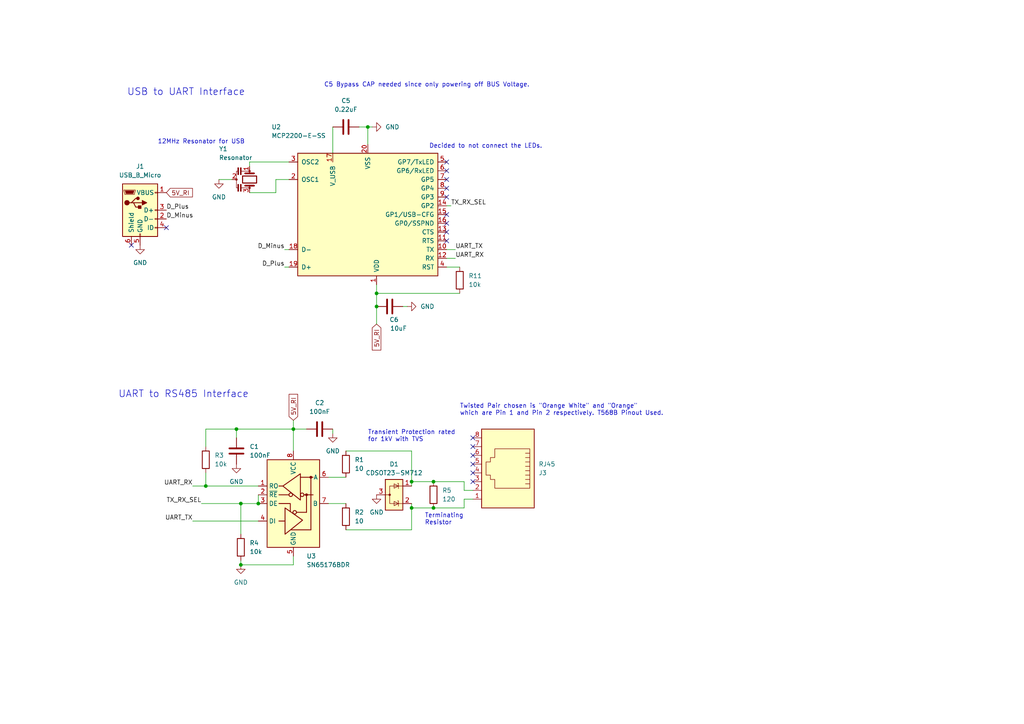
<source format=kicad_sch>
(kicad_sch (version 20230121) (generator eeschema)
  (paper "A4")
  (title_block (title "Remote Interface Communication Circuit"))
  (lib_symbols
    (symbol "Connector:RJ45" (pin_names (offset 1.016))
      (property "Reference" "J" (at -5.08 13.97 0))
      (property "Value" "RJ45" (at 2.54 13.97 0))
      (symbol "RJ45_0_1"
        (polyline (pts (xy -5.08 4.445) (xy -6.35 4.445)))
        (polyline (pts (xy -5.08 5.715) (xy -6.35 5.715)))
        (polyline (pts (xy -6.35 -3.175) (xy -5.08 -3.175) (xy -5.08 -3.175)))
        (polyline (pts (xy -6.35 -1.905) (xy -5.08 -1.905) (xy -5.08 -1.905)))
        (polyline (pts (xy -6.35 -0.635) (xy -5.08 -0.635) (xy -5.08 -0.635)))
        (polyline (pts (xy -6.35 0.635) (xy -5.08 0.635) (xy -5.08 0.635)))
        (polyline (pts (xy -6.35 1.905) (xy -5.08 1.905) (xy -5.08 1.905)))
        (polyline (pts (xy -5.08 3.175) (xy -6.35 3.175) (xy -6.35 3.175)))
        (polyline (pts (xy -6.35 -4.445) (xy -6.35 6.985) (xy 3.81 6.985) (xy 3.81 4.445) (xy 5.08 4.445) (xy 5.08 3.175) (xy 6.35 3.175) (xy 6.35 -0.635) (xy 5.08 -0.635) (xy 5.08 -1.905) (xy 3.81 -1.905) (xy 3.81 -4.445) (xy -6.35 -4.445) (xy -6.35 -4.445)))
        (rectangle (start 7.62 12.7) (end -7.62 -10.16) (stroke (width 0.254)) (fill (type background)))
      )
      (symbol "RJ45_1_1"
        (pin passive line (at 10.16 -7.62 180) (length 2.54) (name "~") (number "1"))
        (pin passive line (at 10.16 -5.08 180) (length 2.54) (name "~") (number "2"))
        (pin passive line (at 10.16 -2.54 180) (length 2.54) (name "~") (number "3"))
        (pin passive line (at 10.16 0 180) (length 2.54) (name "~") (number "4"))
        (pin passive line (at 10.16 2.54 180) (length 2.54) (name "~") (number "5"))
        (pin passive line (at 10.16 5.08 180) (length 2.54) (name "~") (number "6"))
        (pin passive line (at 10.16 7.62 180) (length 2.54) (name "~") (number "7"))
        (pin passive line (at 10.16 10.16 180) (length 2.54) (name "~") (number "8"))
      )
    )
    (symbol "Connector:USB_B_Micro" (pin_names (offset 1.016))
      (property "Reference" "J" (at -5.08 11.43 0))
      (property "Value" "USB_B_Micro" (at -5.08 8.89 0))
      (symbol "USB_B_Micro_0_1"
        (rectangle (start -5.08 -7.62) (end 5.08 7.62) (stroke (width 0.254)) (fill (type background)))
        (circle (center -3.81 2.159) (radius 0.635) (stroke (width 0.254)) (fill (type outline)))
        (circle (center -0.635 3.429) (radius 0.381) (stroke (width 0.254)) (fill (type outline)))
        (rectangle (start -0.127 -7.62) (end 0.127 -6.858))
        (polyline (pts (xy -1.905 2.159) (xy 0.635 2.159)) (stroke (width 0.254)))
        (polyline (pts (xy -3.175 2.159) (xy -2.54 2.159) (xy -1.27 3.429) (xy -0.635 3.429)) (stroke (width 0.254)))
        (polyline (pts (xy -2.54 2.159) (xy -1.905 2.159) (xy -1.27 0.889) (xy 0 0.889)) (stroke (width 0.254)))
        (polyline (pts (xy 0.635 2.794) (xy 0.635 1.524) (xy 1.905 2.159) (xy 0.635 2.794)) (stroke (width 0.254)) (fill (type outline)))
        (polyline (pts (xy -4.318 5.588) (xy -1.778 5.588) (xy -2.032 4.826) (xy -4.064 4.826) (xy -4.318 5.588)) (fill (type outline)))
        (polyline (pts (xy -4.699 5.842) (xy -4.699 5.588) (xy -4.445 4.826) (xy -4.445 4.572) (xy -1.651 4.572) (xy -1.651 4.826) (xy -1.397 5.588) (xy -1.397 5.842) (xy -4.699 5.842)))
        (rectangle (start 0.254 1.27) (end -0.508 0.508) (stroke (width 0.254)) (fill (type outline)))
        (rectangle (start 5.08 -5.207) (end 4.318 -4.953))
        (rectangle (start 5.08 -2.667) (end 4.318 -2.413))
        (rectangle (start 5.08 -0.127) (end 4.318 0.127))
        (rectangle (start 5.08 4.953) (end 4.318 5.207))
      )
      (symbol "USB_B_Micro_1_1"
        (pin power_out line (at 7.62 5.08 180) (length 2.54) (name "VBUS") (number "1"))
        (pin bidirectional line (at 7.62 -2.54 180) (length 2.54) (name "D-") (number "2"))
        (pin bidirectional line (at 7.62 0 180) (length 2.54) (name "D+") (number "3"))
        (pin passive line (at 7.62 -5.08 180) (length 2.54) (name "ID") (number "4"))
        (pin power_out line (at 0 -10.16 90) (length 2.54) (name "GND") (number "5"))
        (pin passive line (at -2.54 -10.16 90) (length 2.54) (name "Shield") (number "6"))
      )
    )
    (symbol "Device:C" (pin_numbers hide) (pin_names (offset 0.254))
      (property "Reference" "C" (at 0.635 2.54 0))
      (property "Value" "C" (at 0.635 -2.54 0))
      (symbol "C_0_1"
        (polyline (pts (xy -2.032 -0.762) (xy 2.032 -0.762)) (stroke (width 0.508)))
        (polyline (pts (xy -2.032 0.762) (xy 2.032 0.762)) (stroke (width 0.508)))
      )
      (symbol "C_1_1"
        (pin passive line (at 0 3.81 270) (length 2.794) (name "~") (number "1"))
        (pin passive line (at 0 -3.81 90) (length 2.794) (name "~") (number "2"))
      )
    )
    (symbol "Device:R" (pin_numbers hide) (pin_names (offset 0))
      (property "Reference" "R" (at 2.032 0 90))
      (property "Value" "R" (at 0 0 90))
      (symbol "R_0_1"
        (rectangle (start -1.016 -2.54) (end 1.016 2.54) (stroke (width 0.254)))
      )
      (symbol "R_1_1"
        (pin passive line (at 0 3.81 270) (length 1.27) (name "~") (number "1"))
        (pin passive line (at 0 -3.81 90) (length 1.27) (name "~") (number "2"))
      )
    )
    (symbol "Device:Resonator" (pin_names (offset 1.016) hide)
      (property "Reference" "Y" (at 0 5.715 0))
      (property "Value" "Resonator" (at 0 3.81 0))
      (symbol "Resonator_0_1"
        (rectangle (start -3.429 -3.175) (end -1.397 -3.429) (fill (type outline)))
        (rectangle (start -3.429 -2.413) (end -1.397 -2.667) (fill (type outline)))
        (circle (center -2.413 0) (radius 0.254) (fill (type outline)))
        (rectangle (start -1.016 2.032) (end 1.016 -2.032) (stroke (width 0.3048)))
        (circle (center 0 -3.81) (radius 0.254) (fill (type outline)))
        (polyline (pts (xy -2.413 -2.413) (xy -2.413 0)))
        (polyline (pts (xy -1.905 0) (xy -3.175 0)))
        (polyline (pts (xy -1.778 -1.27) (xy -1.778 1.27)) (stroke (width 0.508)))
        (polyline (pts (xy 1.778 -1.27) (xy 1.778 1.27)) (stroke (width 0.508)))
        (polyline (pts (xy 1.905 0) (xy 2.54 0)))
        (polyline (pts (xy 2.413 0) (xy 2.413 -2.54)))
        (polyline (pts (xy 2.413 -3.302) (xy 2.413 -3.81) (xy -2.413 -3.81) (xy -2.413 -3.302)))
        (rectangle (start 1.397 -3.175) (end 3.429 -3.429) (fill (type outline)))
        (rectangle (start 1.397 -2.413) (end 3.429 -2.667) (fill (type outline)))
        (circle (center 2.413 0) (radius 0.254) (fill (type outline)))
      )
      (symbol "Resonator_1_1"
        (pin passive line (at -3.81 0 0) (length 1.27) (name "1") (number "1"))
        (pin passive line (at 0 -5.08 90) (length 1.27) (name "2") (number "2"))
        (pin passive line (at 3.81 0 180) (length 1.27) (name "3") (number "3"))
      )
    )
    (symbol "Interface_UART:LT1785AxN8"
      (property "Reference" "U1" (at 2.1941 17.78 0))
      (property "Value" "LT1785AxN8" (at 2.1941 15.24 0))
      (symbol "LT1785AxN8_0_1"
        (rectangle (start -7.62 12.7) (end 7.62 -12.7) (stroke (width 0.254)) (fill (type background)))
      )
      (symbol "LT1785AxN8_1_1"
        (circle (center -0.762 2.54) (radius 0.508) (stroke (width 0.254)))
        (polyline (pts (xy -4.191 2.54) (xy -1.27 2.54)) (stroke (width 0.254)))
        (polyline (pts (xy -2.54 -5.08) (xy -4.191 -5.08)) (stroke (width 0.254)))
        (polyline (pts (xy -0.635 -7.62) (xy 5.08 -7.62)) (stroke (width 0.254)))
        (polyline (pts (xy 0.889 -2.54) (xy 3.81 -2.54)) (stroke (width 0.254)))
        (polyline (pts (xy 2.032 7.62) (xy 5.715 7.62)) (stroke (width 0.254)))
        (polyline (pts (xy 3.048 2.54) (xy 5.715 2.54)) (stroke (width 0.254)))
        (polyline (pts (xy 3.81 -2.54) (xy 3.81 2.54)) (stroke (width 0.254)))
        (polyline (pts (xy 5.08 -7.62) (xy 5.08 7.62)) (stroke (width 0.254)))
        (polyline (pts (xy -4.191 0) (xy -0.889 0) (xy -0.889 -2.286)) (stroke (width 0.254)))
        (polyline (pts (xy -3.175 5.08) (xy -4.191 5.08) (xy -4.064 5.08)) (stroke (width 0.254)))
        (polyline (pts (xy -2.413 -5.08) (xy -2.413 -1.27) (xy 2.667 -4.826) (xy -2.413 -8.89) (xy -2.413 -5.08)) (stroke (width 0.254)))
        (polyline (pts (xy 2.032 4.826) (xy 2.032 8.636) (xy -3.048 5.08) (xy 2.032 1.016) (xy 2.032 4.826)) (stroke (width 0.254)))
        (circle (center 0.381 -2.54) (radius 0.508) (stroke (width 0.254)))
        (circle (center 2.54 2.54) (radius 0.508) (stroke (width 0.254)))
        (circle (center 3.81 2.54) (radius 0.2794) (stroke (width 0.254)) (fill (type outline)))
        (circle (center 5.08 7.62) (radius 0.2794) (stroke (width 0.254)) (fill (type outline)))
        (pin output line (at -10.16 5.08 0) (length 2.54) (name "RO") (number "1"))
        (pin input line (at -10.16 2.54 0) (length 2.54) (name "~{RE}") (number "2"))
        (pin input line (at -10.16 0 0) (length 2.54) (name "DE") (number "3"))
        (pin input line (at -10.16 -5.08 0) (length 2.54) (name "DI") (number "4"))
        (pin power_in line (at 0 -15.24 90) (length 2.54) (name "GND") (number "5"))
        (pin bidirectional line (at 10.16 7.62 180) (length 2.54) (name "A") (number "6"))
        (pin bidirectional line (at 10.16 0 180) (length 2.54) (name "B") (number "7"))
        (pin power_in line (at 0 15.24 270) (length 2.54) (name "VCC") (number "8"))
      )
    )
    (symbol "Interface_USB:MCP2200-E-SS" (pin_names (offset 1.016))
      (property "Reference" "U2" (at 20.32 -24.13 0))
      (property "Value" "MCP2200-E-SS" (at 20.32 -21.59 0))
      (symbol "MCP2200-E-SS_0_1"
        (rectangle (start -20.32 17.78) (end 20.32 -17.78) (stroke (width 0.254)) (fill (type background)))
      )
      (symbol "MCP2200-E-SS_1_1"
        (pin power_in line (at -2.54 20.32 270) (length 2.54) (name "VDD") (number "1"))
        (pin output line (at -22.86 10.16 0) (length 2.54) (name "TX") (number "10"))
        (pin output line (at -22.86 7.62 0) (length 2.54) (name "RTS") (number "11"))
        (pin input line (at -22.86 12.7 0) (length 2.54) (name "RX") (number "12"))
        (pin input line (at -22.86 5.08 0) (length 2.54) (name "CTS") (number "13"))
        (pin bidirectional line (at -22.86 -2.54 0) (length 2.54) (name "GP2") (number "14"))
        (pin bidirectional line (at -22.86 0 0) (length 2.54) (name "GP1/USB-CFG") (number "15"))
        (pin bidirectional line (at -22.86 2.54 0) (length 2.54) (name "GP0/SSPND") (number "16"))
        (pin power_in line (at 10.16 -17.78 90) (length 2.54) (name "V_USB") (number "17"))
        (pin bidirectional line (at 22.86 10.16 180) (length 2.54) (name "D-") (number "18"))
        (pin bidirectional line (at 22.86 15.24 180) (length 2.54) (name "D+") (number "19"))
        (pin input line (at 22.86 -10.16 180) (length 2.54) (name "OSC1") (number "2"))
        (pin power_in line (at 0 -20.32 90) (length 2.54) (name "VSS") (number "20"))
        (pin output line (at 22.86 -15.24 180) (length 2.54) (name "OSC2") (number "3"))
        (pin input line (at -22.86 15.24 0) (length 2.54) (name "RST") (number "4"))
        (pin bidirectional line (at -22.86 -15.24 0) (length 2.54) (name "GP7/TxLED") (number "5"))
        (pin bidirectional line (at -22.86 -12.7 0) (length 2.54) (name "GP6/RxLED") (number "6"))
        (pin bidirectional line (at -22.86 -10.16 0) (length 2.54) (name "GP5") (number "7"))
        (pin bidirectional line (at -22.86 -7.62 0) (length 2.54) (name "GP4") (number "8"))
        (pin bidirectional line (at -22.86 -5.08 0) (length 2.54) (name "GP3") (number "9"))
      )
    )
    (symbol "Power_Protection:SP0502BAHT" (pin_names hide)
      (property "Reference" "D" (at 5.715 2.54 0))
      (property "Value" "SP0502BAHT" (at 5.715 0.635 0))
      (symbol "SP0502BAHT_0_0"
        (pin passive line (at 0 -5.08 90) (length 2.54) (name "A") (number "3"))
      )
      (symbol "SP0502BAHT_0_1"
        (rectangle (start -4.445 2.54) (end 4.445 -2.54) (stroke (width 0.254)) (fill (type background)))
        (circle (center 0 -1.27) (radius 0.254) (fill (type outline)))
        (polyline (pts (xy -2.54 2.54) (xy -2.54 1.27)))
        (polyline (pts (xy 0 -1.27) (xy 0 -2.54)))
        (polyline (pts (xy 2.54 2.54) (xy 2.54 1.27)))
        (polyline (pts (xy -3.302 1.016) (xy -3.302 1.27) (xy -1.905 1.27) (xy -1.778 1.27)))
        (polyline (pts (xy -2.54 1.27) (xy -2.54 -1.27) (xy 2.54 -1.27) (xy 2.54 1.27)))
        (polyline (pts (xy -2.54 1.27) (xy -1.905 0) (xy -3.175 0) (xy -2.54 1.27)))
        (polyline (pts (xy 1.778 1.016) (xy 1.778 1.27) (xy 3.175 1.27) (xy 3.302 1.27)))
        (polyline (pts (xy 2.54 1.27) (xy 1.905 0) (xy 3.175 0) (xy 2.54 1.27)))
      )
      (symbol "SP0502BAHT_1_1"
        (pin passive line (at -2.54 5.08 270) (length 2.54) (name "K") (number "1"))
        (pin passive line (at 2.54 5.08 270) (length 2.54) (name "K") (number "2"))
      )
    )
    (symbol "power:GND" (power) (pin_names (offset 0))
      (property "Value" "GND" (at 0 -3.81 0))
      (symbol "GND_0_1"
        (polyline (pts (xy 0 0) (xy 0 -1.27) (xy 1.27 -1.27) (xy 0 -2.54) (xy -1.27 -1.27) (xy 0 -1.27)))
      )
      (symbol "GND_1_1"
        (pin power_in line (at 0 0 270) (length 0) hide (name "GND") (number "1"))
      )
    )
  )
  (junction (at 68.58 124.46))
  (junction (at 125.73 139.7))
  (junction (at 69.85 163.83))
  (junction (at 109.22 88.9))
  (junction (at 74.93 146.05))
  (junction (at 119.38 147.32))
  (junction (at 109.22 85.09))
  (junction (at 69.85 146.05))
  (junction (at 59.69 140.97))
  (junction (at 125.73 147.32))
  (junction (at 85.09 124.46))
  (junction (at 106.68 36.83))
  (junction (at 119.38 139.7))
  (no_connect (at 129.54 49.53))
  (no_connect (at 137.16 137.16))
  (no_connect (at 38.1 71.12))
  (no_connect (at 48.26 66.04))
  (no_connect (at 129.54 64.77))
  (no_connect (at 129.54 57.15))
  (no_connect (at 137.16 134.62))
  (no_connect (at 129.54 52.07))
  (no_connect (at 129.54 69.85))
  (no_connect (at 137.16 127))
  (no_connect (at 137.16 139.7))
  (no_connect (at 137.16 132.08))
  (no_connect (at 129.54 46.99))
  (no_connect (at 129.54 62.23))
  (no_connect (at 129.54 67.31))
  (no_connect (at 137.16 129.54))
  (no_connect (at 129.54 54.61))
  (wire (pts (xy 125.73 139.7) (xy 134.62 139.7)))
  (wire (pts (xy 85.09 163.83) (xy 69.85 163.83)))
  (wire (pts (xy 125.73 147.32) (xy 134.62 147.32)))
  (wire (pts (xy 72.39 55.88) (xy 80.01 55.88)))
  (wire (pts (xy 96.52 124.46) (xy 96.52 125.73)))
  (wire (pts (xy 134.62 142.24) (xy 137.16 142.24)))
  (wire (pts (xy 58.42 146.05) (xy 69.85 146.05)))
  (wire (pts (xy 104.14 36.83) (xy 106.68 36.83)))
  (wire (pts (xy 119.38 139.7) (xy 125.73 139.7)))
  (wire (pts (xy 130.81 59.69) (xy 129.54 59.69)))
  (wire (pts (xy 74.93 146.05) (xy 69.85 146.05)))
  (wire (pts (xy 69.85 146.05) (xy 69.85 154.94)))
  (wire (pts (xy 95.25 146.05) (xy 100.33 146.05)))
  (wire (pts (xy 85.09 124.46) (xy 85.09 130.81)))
  (wire (pts (xy 96.52 36.83) (xy 96.52 44.45)))
  (wire (pts (xy 129.54 77.47) (xy 133.35 77.47)))
  (wire (pts (xy 107.95 36.83) (xy 106.68 36.83)))
  (wire (pts (xy 119.38 139.7) (xy 119.38 140.97)))
  (wire (pts (xy 109.22 82.55) (xy 109.22 85.09)))
  (wire (pts (xy 100.33 153.67) (xy 119.38 153.67)))
  (wire (pts (xy 134.62 144.78) (xy 134.62 147.32)))
  (wire (pts (xy 82.55 72.39) (xy 83.82 72.39)))
  (wire (pts (xy 119.38 130.81) (xy 119.38 139.7)))
  (wire (pts (xy 95.25 138.43) (xy 100.33 138.43)))
  (wire (pts (xy 55.88 151.13) (xy 74.93 151.13)))
  (wire (pts (xy 80.01 55.88) (xy 80.01 52.07)))
  (wire (pts (xy 69.85 162.56) (xy 69.85 163.83)))
  (wire (pts (xy 119.38 147.32) (xy 119.38 146.05)))
  (wire (pts (xy 72.39 46.99) (xy 83.82 46.99)))
  (wire (pts (xy 132.08 74.93) (xy 129.54 74.93)))
  (wire (pts (xy 72.39 48.26) (xy 72.39 46.99)))
  (wire (pts (xy 59.69 124.46) (xy 59.69 129.54)))
  (wire (pts (xy 63.5 52.07) (xy 67.31 52.07)))
  (wire (pts (xy 85.09 124.46) (xy 88.9 124.46)))
  (wire (pts (xy 68.58 124.46) (xy 68.58 127)))
  (wire (pts (xy 109.22 93.98) (xy 109.22 88.9)))
  (wire (pts (xy 119.38 147.32) (xy 125.73 147.32)))
  (wire (pts (xy 59.69 140.97) (xy 74.93 140.97)))
  (wire (pts (xy 109.22 85.09) (xy 109.22 88.9)))
  (wire (pts (xy 106.68 36.83) (xy 106.68 41.91)))
  (wire (pts (xy 100.33 130.81) (xy 119.38 130.81)))
  (wire (pts (xy 68.58 124.46) (xy 85.09 124.46)))
  (wire (pts (xy 134.62 144.78) (xy 137.16 144.78)))
  (wire (pts (xy 59.69 137.16) (xy 59.69 140.97)))
  (wire (pts (xy 85.09 161.29) (xy 85.09 163.83)))
  (wire (pts (xy 85.09 121.92) (xy 85.09 124.46)))
  (wire (pts (xy 116.84 88.9) (xy 118.11 88.9)))
  (wire (pts (xy 59.69 124.46) (xy 68.58 124.46)))
  (wire (pts (xy 55.88 140.97) (xy 59.69 140.97)))
  (wire (pts (xy 119.38 153.67) (xy 119.38 147.32)))
  (wire (pts (xy 132.08 72.39) (xy 129.54 72.39)))
  (wire (pts (xy 80.01 52.07) (xy 83.82 52.07)))
  (wire (pts (xy 82.55 77.47) (xy 83.82 77.47)))
  (wire (pts (xy 74.93 143.51) (xy 74.93 146.05)))
  (wire (pts (xy 109.22 85.09) (xy 133.35 85.09)))
  (wire (pts (xy 134.62 139.7) (xy 134.62 142.24)))
  (text "Terminating \nResistor" (at 123.19 152.4 0) (effects (font (size 1.27 1.27)) (justify left bottom)))
  (text "USB to UART Interface" (at 36.83 27.94 0) (effects (font (size 2 2)) (justify left bottom)))
  (text "Transient Protection rated\nfor 1kV with TVS" (at 106.68 128.27 0) (effects (font (size 1.27 1.27)) (justify left bottom)))
  (text "UART to RS485 Interface" (at 34.29 115.57 0) (effects (font (size 2 2)) (justify left bottom)))
  (text "Twisted Pair chosen is \"Orange White\" and \"Orange\" \nwhich are Pin 1 and Pin 2 respectively. T568B Pinout Used." (at 133.35 120.65 0) (effects (font (size 1.27 1.27)) (justify left bottom)))
  (text "12MHz Resonator for USB" (at 45.72 41.91 0) (effects (font (size 1.27 1.27)) (justify left bottom)))
  (text "C5 Bypass CAP needed since only powering off BUS Voltage." (at 93.98 25.4 0) (effects (font (size 1.27 1.27)) (justify left bottom)))
  (text "Decided to not connect the LEDs." (at 124.46 43.18 0) (effects (font (size 1.27 1.27)) (justify left bottom)))
  (label "D_Plus" (at 48.26 60.96 0))
  (label "D_Minus" (at 82.55 72.39 180))
  (label "UART_TX" (at 55.88 151.13 180))
  (label "D_Minus" (at 48.26 63.5 0))
  (label "D_Plus" (at 82.55 77.47 180))
  (label "TX_RX_SEL" (at 130.81 59.69 0))
  (label "UART_TX" (at 132.08 72.39 0))
  (label "UART_RX" (at 132.08 74.93 0))
  (label "TX_RX_SEL" (at 58.42 146.05 180))
  (label "UART_RX" (at 55.88 140.97 180))
  (global_label "5V_RI" (shape input) (at 85.09 121.92 90) (property "Intersheetrefs" "${INTERSHEET_REFS}" (effects hide)))
  (global_label "5V_RI" (shape input) (at 109.22 93.98 270) (property "Intersheetrefs" "${INTERSHEET_REFS}" (effects hide)))
  (global_label "5V_RI" (shape input) (at 48.26 55.88 0) (property "Intersheetrefs" "${INTERSHEET_REFS}" (effects hide)))
  (symbol (lib_id "Device:C") (at 100.33 36.83 90) (unit 1)
    (property "Reference" "C5" (at 100.33 29.21 90))
    (property "Value" "0.22uF" (at 100.33 31.75 90))
    (instances (project "james_ewing_ee_design_take_home" (path "" (reference "C5") (unit 1)) (path "" (reference "C1") (unit 1))))
  )
  (symbol (lib_id "Connector:RJ45") (at 147.32 137.16 0) (mirror y) (unit 1)
    (property "Reference" "J3" (at 156.21 137.16 0) (effects (justify right)))
    (property "Value" "RJ45" (at 156.21 134.62 0) (effects (justify right)))
  )
  (symbol (lib_id "power:GND") (at 63.5 52.07 0) (unit 1)
    (property "Reference" "#PWR08" (effects hide))
    (property "Value" "GND" (at 63.5 57.15 0))
    (instances (project "james_ewing_ee_design_take_home" (path "" (reference "#PWR08") (unit 1)) (path "" (reference "#PWR02") (unit 1))))
  )
  (symbol (lib_id "Device:R") (at 133.35 81.28 0) (unit 1)
    (property "Reference" "R11" (at 135.89 80.01 0) (effects (justify left)))
    (property "Value" "10k" (at 135.89 82.55 0) (effects (justify left)))
    (instances (project "james_ewing_ee_design_take_home" (path "" (reference "R11") (unit 1)) (path "" (reference "R2") (unit 1))))
  )
  (symbol (lib_id "Device:R") (at 100.33 134.62 0) (unit 1)
    (property "Reference" "R1" (at 102.87 133.35 0) (effects (justify left)))
    (property "Value" "10" (at 102.87 135.89 0) (effects (justify left)))
    (instances (project "james_ewing_ee_design_take_home" (path "" (reference "R1") (unit 1)) (path "" (reference "R8") (unit 1))))
  )
  (symbol (lib_id "power:GND") (at 109.22 143.51 0) (unit 1)
    (property "Reference" "#PWR01" (effects hide))
    (property "Value" "GND" (at 109.22 148.59 0))
    (instances (project "james_ewing_ee_design_take_home" (path "" (reference "#PWR01") (unit 1)) (path "" (reference "#PWR08") (unit 1))))
  )
  (symbol (lib_id "Device:C") (at 68.58 130.81 0) (unit 1)
    (property "Reference" "C1" (at 72.39 129.54 0) (effects (justify left)))
    (property "Value" "100nF" (at 72.39 132.08 0) (effects (justify left)))
    (instances (project "james_ewing_ee_design_take_home" (path "" (reference "C1") (unit 1)) (path "" (reference "C5") (unit 1))))
  )
  (symbol (lib_id "Device:R") (at 69.85 158.75 0) (unit 1)
    (property "Reference" "R4" (at 72.39 157.48 0) (effects (justify left)))
    (property "Value" "10k" (at 72.39 160.02 0) (effects (justify left)))
    (instances (project "james_ewing_ee_design_take_home" (path "" (reference "R4") (unit 1)) (path "" (reference "R5") (unit 1))))
  )
  (symbol (lib_id "power:GND") (at 96.52 125.73 0) (unit 1)
    (property "Reference" "#PWR04" (effects hide))
    (property "Value" "GND" (at 96.52 130.81 0))
    (instances (project "james_ewing_ee_design_take_home" (path "" (reference "#PWR04") (unit 1)) (path "" (reference "#PWR07") (unit 1))))
  )
  (symbol (lib_id "power:GND") (at 69.85 163.83 0) (unit 1)
    (property "Reference" "#PWR02" (effects hide))
    (property "Value" "GND" (at 69.85 168.91 0))
    (instances (project "james_ewing_ee_design_take_home" (path "" (reference "#PWR02") (unit 1)) (path "" (reference "#PWR06") (unit 1))))
  )
  (symbol (lib_id "power:GND") (at 68.58 134.62 0) (unit 1)
    (property "Reference" "#PWR03" (effects hide))
    (property "Value" "GND" (at 68.58 139.7 0))
    (instances (project "james_ewing_ee_design_take_home" (path "" (reference "#PWR03") (unit 1)) (path "" (reference "#PWR05") (unit 1))))
  )
  (symbol (lib_id "Device:R") (at 100.33 149.86 180) (unit 1)
    (property "Reference" "R2" (at 102.87 148.59 0) (effects (justify right)))
    (property "Value" "10" (at 102.87 151.13 0) (effects (justify right)))
    (instances (project "james_ewing_ee_design_take_home" (path "" (reference "R2") (unit 1)) (path "" (reference "R11") (unit 1))))
  )
  (symbol (lib_id "Device:R") (at 125.73 143.51 0) (unit 1)
    (property "Reference" "R5" (at 128.27 142.24 0) (effects (justify left)))
    (property "Value" "120" (at 128.27 144.78 0) (effects (justify left)))
    (instances (project "james_ewing_ee_design_take_home" (path "" (reference "R5") (unit 1)) (path "" (reference "R15") (unit 1))))
  )
  (symbol (lib_id "Device:R") (at 59.69 133.35 0) (unit 1)
    (property "Reference" "R3" (at 62.23 132.08 0) (effects (justify left)))
    (property "Value" "10k" (at 62.23 134.62 0) (effects (justify left)))
    (instances (project "james_ewing_ee_design_take_home" (path "" (reference "R3") (unit 1)) (path "" (reference "R1") (unit 1))))
  )
  (symbol (lib_id "Device:C") (at 92.71 124.46 90) (unit 1)
    (property "Reference" "C2" (at 92.71 116.84 90))
    (property "Value" "100nF" (at 92.71 119.38 90))
    (instances (project "james_ewing_ee_design_take_home" (path "" (reference "C2") (unit 1)) (path "" (reference "C6") (unit 1))))
  )
  (symbol (lib_id "Device:C") (at 113.03 88.9 90) (unit 1)
    (property "Reference" "C6" (at 114.3 92.71 90))
    (property "Value" "10uF" (at 115.57 95.25 90))
    (instances (project "james_ewing_ee_design_take_home" (path "" (reference "C6") (unit 1)) (path "" (reference "C2") (unit 1))))
  )
  (symbol (lib_id "Device:Resonator") (at 72.39 52.07 270) (unit 1)
    (property "Reference" "Y1" (at 63.5 43.18 90) (effects (justify left)))
    (property "Value" "Resonator" (at 63.5 45.72 90) (effects (justify left)))
  )
  (symbol (lib_id "Interface_UART:LT1785AxN8") (at 85.09 146.05 0) (unit 1)
    (property "Reference" "U3" (at 88.9 161.29 0) (effects (justify left)))
    (property "Value" "SN65176BDR" (at 88.9 163.83 0) (effects (justify left)))
    (property "Footprint" "Package_DIP:DIP-8_W7.62mm" (effects hide))
    (property "Datasheet" "https://www.analog.com/media/en/technical-documentation/data-sheets/LT1785-1785A-1791-1791A.pdf" (effects hide))
  )
  (symbol (lib_id "power:GND") (at 107.95 36.83 90) (unit 1)
    (property "Reference" "#PWR05" (effects hide))
    (property "Value" "GND" (at 111.76 36.83 90) (effects (justify right)))
    (instances (project "james_ewing_ee_design_take_home" (path "" (reference "#PWR05") (unit 1)) (path "" (reference "#PWR03") (unit 1))))
  )
  (symbol (lib_id "Power_Protection:SP0502BAHT") (at 114.3 143.51 270) (unit 1)
    (property "Reference" "D1" (at 114.3 134.62 90))
    (property "Value" "CDSOT23-SM712" (at 114.3 137.16 90))
    (property "Footprint" "Package_TO_SOT_SMD:SOT-23" (effects hide))
    (property "Datasheet" "http://www.littelfuse.com/~/media/files/littelfuse/technical%20resources/documents/data%20sheets/sp05xxba.pdf" (effects hide))
  )
  (symbol (lib_id "Connector:USB_B_Micro") (at 40.64 60.96 0) (unit 1)
    (property "Reference" "J1" (at 40.64 48.26 0))
    (property "Value" "USB_B_Micro" (at 40.64 50.8 0))
  )
  (symbol (lib_id "power:GND") (at 118.11 88.9 90) (unit 1)
    (property "Reference" "#PWR07" (effects hide))
    (property "Value" "GND" (at 121.92 88.9 90) (effects (justify right)))
    (instances (project "james_ewing_ee_design_take_home" (path "" (reference "#PWR07") (unit 1)) (path "" (reference "#PWR04") (unit 1))))
  )
  (symbol (lib_id "Interface_USB:MCP2200-E-SS") (at 106.68 62.23 180) (unit 1)
    (property "Reference" "U2" (at 78.74 36.83 0) (effects (justify right)))
    (property "Value" "MCP2200-E-SS" (at 78.74 39.37 0) (effects (justify right)))
    (property "Footprint" "Package_SO:SSOP-20_5.3x7.2mm_P0.65mm" (effects hide))
    (property "Datasheet" "http://ww1.microchip.com/downloads/en/DeviceDoc/200022228D.pdf" (effects hide))
  )
  (symbol (lib_id "power:GND") (at 40.64 71.12 0) (unit 1)
    (property "Reference" "#PWR06" (effects hide))
    (property "Value" "GND" (at 40.64 76.2 0))
    (instances (project "james_ewing_ee_design_take_home" (path "" (reference "#PWR06") (unit 1)) (path "" (reference "#PWR01") (unit 1))))
  )
)
</source>
